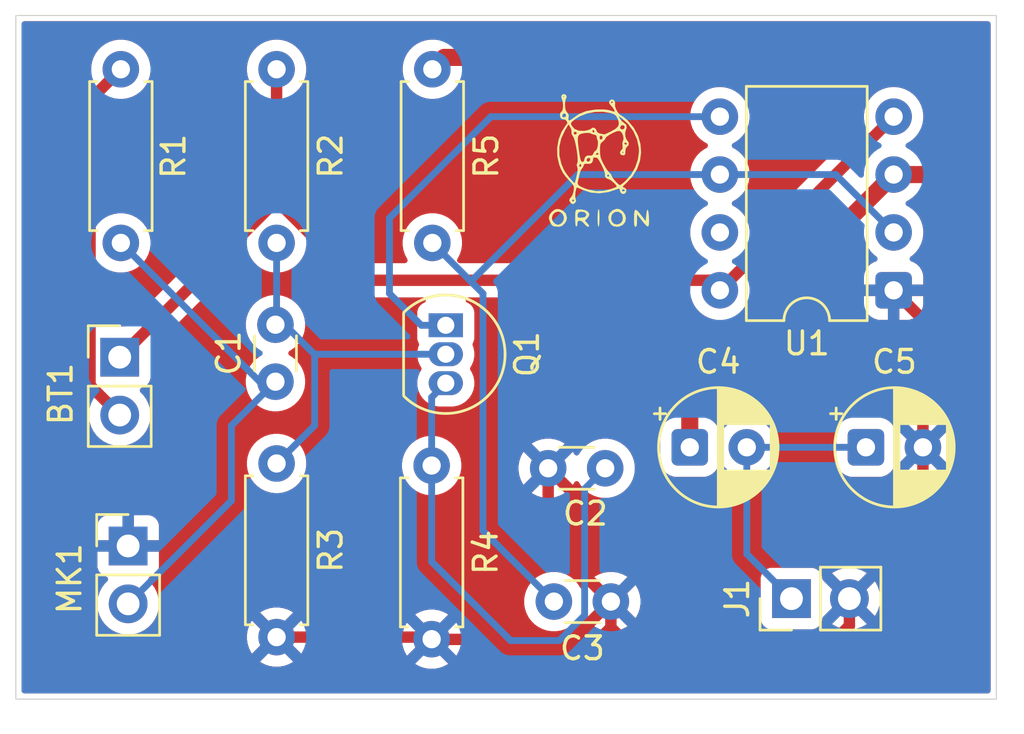
<source format=kicad_pcb>
(kicad_pcb (version 20241229) (generator "pcbnew") (generator_version "9.0")
  (layers (0 "F.Cu" signal) (2 "B.Cu" signal) (13 "F.Paste" user) (15 "B.Paste" user) (5 "F.SilkS" user "F.Silkscreen") (7 "B.SilkS" user "B.Silkscreen") (1 "F.Mask" user) (3 "B.Mask" user) (25 "Edge.Cuts" user))
  (net 0 "")
  (net 1 "/MIC")
  (net 2 "/CC1")
  (net 3 "/TR_BIAS")
  (net 4 "GND")
  (net 5 "Net-(U1-THR)")
  (net 6 "/SPE_OP")
  (net 7 "Net-(J1-Pin_1)")
  (net 8 "/TR_OP")
  (net 9 "+9V")
  (net 11 "Net-(BT1--)")
  (footprint "Resistor_THT:R_Axial_DIN0207_L6.3mm_D2.5mm_P7.62mm_Horizontal" (layer "F.Cu") (at 129.98 83.96 -90)
    (property "Reference" "R5" (at 3.81 -2.37 90) (layer "F.SilkS"))
    (property "Value" "10K")
    (pad "1" thru_hole circle (at 0 0 270) (size 1.6 1.6) (drill 0.8) (layers "*.Cu" "*.Mask") (net 6 "/SPE_OP"))
    (pad "2" thru_hole circle (at 7.62 0 270) (size 1.6 1.6) (drill 0.8) (layers "*.Cu" "*.Mask") (net 5 "Net-(U1-THR)"))
  )
  (footprint "Connector_PinHeader_2.54mm:PinHeader_1x02_P2.54mm_Vertical" (layer "F.Cu") (at 116.64 104.88)
    (property "Reference" "MK1" (at -2.57 1.435 90) (layer "F.SilkS"))
    (property "Value" "Condenser Microphone" (hide yes))
    (pad "1" thru_hole rect (at 0 0) (size 1.7 1.7) (drill 1) (layers "*.Cu" "*.Mask") (net 4 "GND"))
    (pad "2" thru_hole circle (at 0 2.54) (size 1.7 1.7) (drill 1) (layers "*.Cu" "*.Mask") (net 1 "/MIC"))
  )
  (footprint "Package_DIP:DIP-8_W7.62mm" (layer "F.Cu") (at 150.21 93.66 180)
    (property "Reference" "U1" (at 3.81 -2.33 0) (layer "F.SilkS"))
    (property "Value" "LM555xN")
    (pad "1" thru_hole roundrect (at 0 0 180) (size 1.6 1.6) (drill 0.8) (layers "*.Cu" "*.Mask") (roundrect_rratio 0.15625) (net 4 "GND"))
    (pad "2" thru_hole circle (at 0 2.54 180) (size 1.6 1.6) (drill 0.8) (layers "*.Cu" "*.Mask") (net 5 "Net-(U1-THR)"))
    (pad "3" thru_hole circle (at 0 5.08 180) (size 1.6 1.6) (drill 0.8) (layers "*.Cu" "*.Mask") (net 6 "/SPE_OP"))
    (pad "4" thru_hole circle (at 0 7.62 180) (size 1.6 1.6) (drill 0.8) (layers "*.Cu" "*.Mask") (net 9 "+9V"))
    (pad "5" thru_hole circle (at 7.62 7.62 180) (size 1.6 1.6) (drill 0.8) (layers "*.Cu" "*.Mask") (net 8 "/TR_OP"))
    (pad "6" thru_hole circle (at 7.62 5.08 180) (size 1.6 1.6) (drill 0.8) (layers "*.Cu" "*.Mask") (net 5 "Net-(U1-THR)"))
    (pad "7" thru_hole circle (at 7.62 2.54 180) (size 1.6 1.6) (drill 0.8) (layers "*.Cu" "*.Mask"))
    (pad "8" thru_hole circle (at 7.62 0 180) (size 1.6 1.6) (drill 0.8) (layers "*.Cu" "*.Mask") (net 9 "+9V"))
  )
  (footprint "Capacitor_THT:C_Disc_D3.0mm_W1.6mm_P2.50mm" (layer "F.Cu") (at 123.1 97.67 90)
    (property "Reference" "C1" (at 1.25 -2.05 90) (layer "F.SilkS"))
    (property "Value" "0.1uF")
    (pad "1" thru_hole circle (at 0 0 90) (size 1.6 1.6) (drill 0.8) (layers "*.Cu" "*.Mask") (net 1 "/MIC"))
    (pad "2" thru_hole circle (at 2.5 0 90) (size 1.6 1.6) (drill 0.8) (layers "*.Cu" "*.Mask") (net 2 "/CC1"))
  )
  (footprint "LOGO" (layer "F.Cu") (at 137.29 87.96)
    (property "Reference" "G***" (hide yes))
    (property "Value" "LOGO" (hide yes))
  )
  (footprint "Capacitor_THT:CP_Radial_D5.0mm_P2.50mm" (layer "F.Cu") (at 141.27 100.55)
    (property "Reference" "C4" (at 1.25 -3.75 0) (layer "F.SilkS"))
    (property "Value" "10uF")
    (pad "1" thru_hole roundrect (at 0 0) (size 1.6 1.6) (drill 0.8) (layers "*.Cu" "*.Mask") (roundrect_rratio 0.15625) (net 6 "/SPE_OP"))
    (pad "2" thru_hole circle (at 2.5 0) (size 1.6 1.6) (drill 0.8) (layers "*.Cu" "*.Mask") (net 7 "Net-(J1-Pin_1)"))
  )
  (footprint "Capacitor_THT:CP_Radial_D5.0mm_P2.50mm" (layer "F.Cu") (at 148.994888 100.55)
    (property "Reference" "C5" (at 1.25 -3.75 0) (layer "F.SilkS"))
    (property "Value" "10uF")
    (pad "1" thru_hole roundrect (at 0 0) (size 1.6 1.6) (drill 0.8) (layers "*.Cu" "*.Mask") (roundrect_rratio 0.15625) (net 7 "Net-(J1-Pin_1)"))
    (pad "2" thru_hole circle (at 2.5 0) (size 1.6 1.6) (drill 0.8) (layers "*.Cu" "*.Mask") (net 4 "GND"))
  )
  (footprint "Capacitor_THT:C_Disc_D3.0mm_W1.6mm_P2.50mm" (layer "F.Cu") (at 137.81 107.32 180)
    (property "Reference" "C3" (at 1.25 -2.05 0) (layer "F.SilkS"))
    (property "Value" "1nF")
    (pad "1" thru_hole circle (at 0 0 180) (size 1.6 1.6) (drill 0.8) (layers "*.Cu" "*.Mask") (net 4 "GND"))
    (pad "2" thru_hole circle (at 2.5 0 180) (size 1.6 1.6) (drill 0.8) (layers "*.Cu" "*.Mask") (net 5 "Net-(U1-THR)"))
  )
  (footprint "Capacitor_THT:C_Disc_D3.0mm_W1.6mm_P2.50mm" (layer "F.Cu") (at 137.56 101.47 180)
    (property "Reference" "C2" (at 0.87 -1.99 0) (layer "F.SilkS"))
    (property "Value" "1uF")
    (pad "1" thru_hole circle (at 0 0 180) (size 1.6 1.6) (drill 0.8) (layers "*.Cu" "*.Mask") (net 3 "/TR_BIAS"))
    (pad "2" thru_hole circle (at 2.5 0 180) (size 1.6 1.6) (drill 0.8) (layers "*.Cu" "*.Mask") (net 4 "GND"))
  )
  (footprint "Resistor_THT:R_Axial_DIN0207_L6.3mm_D2.5mm_P7.62mm_Horizontal" (layer "F.Cu") (at 129.95 101.35 -90)
    (property "Reference" "R4" (at 3.81 -2.37 90) (layer "F.SilkS"))
    (property "Value" "1K")
    (pad "1" thru_hole circle (at 0 0 270) (size 1.6 1.6) (drill 0.8) (layers "*.Cu" "*.Mask") (net 3 "/TR_BIAS"))
    (pad "2" thru_hole circle (at 7.62 0 270) (size 1.6 1.6) (drill 0.8) (layers "*.Cu" "*.Mask") (net 4 "GND"))
  )
  (footprint "Package_TO_SOT_THT:TO-92_Inline" (layer "F.Cu") (at 130.57 95.195 -90)
    (property "Reference" "Q1" (at 1.27 -3.56 90) (layer "F.SilkS"))
    (property "Value" "BC547")
    (pad "1" thru_hole rect (at 0 0 270) (size 1.05 1.5) (drill 0.75) (layers "*.Cu" "*.Mask") (net 8 "/TR_OP"))
    (pad "2" thru_hole oval (at 1.27 0 270) (size 1.05 1.5) (drill 0.75) (layers "*.Cu" "*.Mask") (net 2 "/CC1"))
    (pad "3" thru_hole oval (at 2.54 0 270) (size 1.05 1.5) (drill 0.75) (layers "*.Cu" "*.Mask") (net 3 "/TR_BIAS"))
  )
  (footprint "Connector_PinHeader_2.54mm:PinHeader_1x02_P2.54mm_Vertical" (layer "F.Cu") (at 116.27 96.595)
    (property "Reference" "BT1" (at -2.59 1.615 90) (layer "F.SilkS"))
    (property "Value" "Battery" (hide yes))
    (pad "1" thru_hole rect (at 0 0) (size 1.7 1.7) (drill 1) (layers "*.Cu" "*.Mask") (net 9 "+9V"))
    (pad "2" thru_hole circle (at 0 2.54) (size 1.7 1.7) (drill 1) (layers "*.Cu" "*.Mask") (net 11 "Net-(BT1--)"))
  )
  (footprint "Resistor_THT:R_Axial_DIN0207_L6.3mm_D2.5mm_P7.62mm_Horizontal" (layer "F.Cu") (at 123.15 101.26 -90)
    (property "Reference" "R3" (at 3.81 -2.37 90) (layer "F.SilkS"))
    (property "Value" "100K")
    (pad "1" thru_hole circle (at 0 0 270) (size 1.6 1.6) (drill 0.8) (layers "*.Cu" "*.Mask") (net 2 "/CC1"))
    (pad "2" thru_hole circle (at 7.62 0 270) (size 1.6 1.6) (drill 0.8) (layers "*.Cu" "*.Mask") (net 4 "GND"))
  )
  (footprint "Connector_PinHeader_2.54mm:PinHeader_1x02_P2.54mm_Vertical" (layer "F.Cu") (at 145.73 107.19 90)
    (property "Reference" "J1" (at 0 -2.38 90) (layer "F.SilkS"))
    (property "Value" "8 OHM SPEAKER" (hide yes))
    (pad "1" thru_hole rect (at 0 0 90) (size 1.7 1.7) (drill 1) (layers "*.Cu" "*.Mask") (net 7 "Net-(J1-Pin_1)"))
    (pad "2" thru_hole circle (at 0 2.54 90) (size 1.7 1.7) (drill 1) (layers "*.Cu" "*.Mask") (net 4 "GND"))
  )
  (footprint "Resistor_THT:R_Axial_DIN0207_L6.3mm_D2.5mm_P7.62mm_Horizontal" (layer "F.Cu") (at 123.15 83.96 -90)
    (property "Reference" "R2" (at 3.81 -2.37 90) (layer "F.SilkS"))
    (property "Value" "680K")
    (pad "1" thru_hole circle (at 0 0 270) (size 1.6 1.6) (drill 0.8) (layers "*.Cu" "*.Mask") (net 9 "+9V"))
    (pad "2" thru_hole circle (at 7.62 0 270) (size 1.6 1.6) (drill 0.8) (layers "*.Cu" "*.Mask") (net 2 "/CC1"))
  )
  (footprint "Resistor_THT:R_Axial_DIN0207_L6.3mm_D2.5mm_P7.62mm_Horizontal" (layer "F.Cu") (at 116.32 83.96 -90)
    (property "Reference" "R1" (at 3.82 -2.31 90) (layer "F.SilkS"))
    (property "Value" "47K")
    (pad "1" thru_hole circle (at 0 0 270) (size 1.6 1.6) (drill 0.8) (layers "*.Cu" "*.Mask") (net 11 "Net-(BT1--)"))
    (pad "2" thru_hole circle (at 7.62 0 270) (size 1.6 1.6) (drill 0.8) (layers "*.Cu" "*.Mask") (net 1 "/MIC"))
  )
  (gr_rect (start 111.715 81.6) (end 154.715 111.6) (stroke (width 0.05)) (fill no) (layer "Edge.Cuts"))
  (segment (start 116.64 107.42) (end 121.17 102.89) (width 0.3) (layer "B.Cu") (net 1))
  (segment (start 116.32 91.58) (end 122.41 97.67) (width 0.3) (layer "B.Cu") (net 1))
  (segment (start 122.41 97.67) (end 123.1 97.67) (width 0.3) (layer "B.Cu") (net 1))
  (segment (start 121.17 102.89) (end 121.17 99.6) (width 0.3) (layer "B.Cu") (net 1))
  (segment (start 121.17 99.6) (end 123.1 97.67) (width 0.3) (layer "B.Cu") (net 1))
  (segment (start 124.805 96.465) (end 130.57 96.465) (width 0.3) (layer "B.Cu") (net 2))
  (segment (start 123.1 95.17) (end 123.51 95.17) (width 0.3) (layer "B.Cu") (net 2))
  (segment (start 123.51 95.17) (end 124.805 96.465) (width 0.3) (layer "B.Cu") (net 2))
  (segment (start 124.82 99.59) (end 124.82 96.465) (width 0.3) (layer "B.Cu") (net 2))
  (segment (start 123.15 101.26) (end 124.82 99.59) (width 0.3) (layer "B.Cu") (net 2))
  (segment (start 123.15 95.12) (end 123.1 95.17) (width 0.3) (layer "B.Cu") (net 2))
  (segment (start 123.15 91.58) (end 123.15 95.12) (width 0.3) (layer "B.Cu") (net 2))
  (segment (start 133.41 109.03) (end 135.55 109.03) (width 0.3) (layer "B.Cu") (net 3))
  (segment (start 136.659 102.371) (end 137.56 101.47) (width 0.3) (layer "B.Cu") (net 3))
  (segment (start 129.95 101.35) (end 129.95 98.355) (width 0.3) (layer "B.Cu") (net 3))
  (segment (start 129.95 105.57) (end 133.41 109.03) (width 0.3) (layer "B.Cu") (net 3))
  (segment (start 135.55 109.03) (end 136.659 107.921) (width 0.3) (layer "B.Cu") (net 3))
  (segment (start 136.659 107.921) (end 136.659 102.371) (width 0.3) (layer "B.Cu") (net 3))
  (segment (start 129.95 98.355) (end 130.57 97.735) (width 0.3) (layer "B.Cu") (net 3))
  (segment (start 129.95 101.35) (end 129.95 105.57) (width 0.3) (layer "B.Cu") (net 3))
  (segment (start 151.494888 94.944888) (end 150.21 93.66) (width 0.5) (layer "F.Cu") (net 4))
  (segment (start 135.06 101.47) (end 135.06 104.57) (width 0.5) (layer "F.Cu") (net 4))
  (segment (start 123.15 108.88) (end 129.86 108.88) (width 0.5) (layer "F.Cu") (net 4))
  (segment (start 137.81 108.46) (end 137.81 107.32) (width 0.5) (layer "F.Cu") (net 4))
  (segment (start 138.32 108.97) (end 147.68 108.97) (width 0.5) (layer "F.Cu") (net 4))
  (segment (start 129.95 108.97) (end 129.96 108.98) (width 0.5) (layer "F.Cu") (net 4))
  (segment (start 148.27 108.38) (end 148.27 107.19) (width 0.5) (layer "F.Cu") (net 4))
  (segment (start 147.68 108.97) (end 148.27 108.38) (width 0.5) (layer "F.Cu") (net 4))
  (segment (start 135.06 104.57) (end 137.81 107.32) (width 0.5) (layer "F.Cu") (net 4))
  (segment (start 116.64 104.88) (end 119.15 104.88) (width 0.5) (layer "F.Cu") (net 4))
  (segment (start 151.494888 100.55) (end 151.494888 103.965112) (width 0.5) (layer "F.Cu") (net 4))
  (segment (start 151.494888 103.965112) (end 148.27 107.19) (width 0.5) (layer "F.Cu") (net 4))
  (segment (start 129.96 108.98) (end 137.29 108.98) (width 0.5) (layer "F.Cu") (net 4))
  (segment (start 151.494888 100.55) (end 151.494888 94.944888) (width 0.5) (layer "F.Cu") (net 4))
  (segment (start 129.86 108.88) (end 129.95 108.97) (width 0.5) (layer "F.Cu") (net 4))
  (segment (start 137.29 108.98) (end 137.81 108.46) (width 0.5) (layer "F.Cu") (net 4))
  (segment (start 119.15 104.88) (end 123.15 108.88) (width 0.5) (layer "F.Cu") (net 4))
  (segment (start 137.81 108.46) (end 138.32 108.97) (width 0.5) (layer "F.Cu") (net 4))
  (segment (start 142.59 88.58) (end 147.67 88.58) (width 0.3) (layer "B.Cu") (net 5))
  (segment (start 142.59 88.58) (end 136.362 88.58) (width 0.3) (layer "B.Cu") (net 5))
  (segment (start 132.2 93.8) (end 132.2 104.21) (width 0.3) (layer "B.Cu") (net 5))
  (segment (start 147.67 88.58) (end 150.21 91.12) (width 0.3) (layer "B.Cu") (net 5))
  (segment (start 129.98 91.58) (end 131.671 93.271) (width 0.3) (layer "B.Cu") (net 5))
  (segment (start 132.2 104.21) (end 135.31 107.32) (width 0.3) (layer "B.Cu") (net 5))
  (segment (start 136.362 88.58) (end 131.671 93.271) (width 0.3) (layer "B.Cu") (net 5))
  (segment (start 131.671 93.271) (end 132.2 93.8) (width 0.3) (layer "B.Cu") (net 5))
  (segment (start 130.5 83.44) (end 151.12 83.44) (width 0.75) (layer "F.Cu") (net 6))
  (segment (start 152.66 84.98) (end 152.66 87.53) (width 0.75) (layer "F.Cu") (net 6))
  (segment (start 141.27 100.55) (end 141.27 97.52) (width 0.75) (layer "F.Cu") (net 6))
  (segment (start 151.12 83.44) (end 152.66 84.98) (width 0.75) (layer "F.Cu") (net 6))
  (segment (start 151.61 88.58) (end 150.21 88.58) (width 0.75) (layer "F.Cu") (net 6))
  (segment (start 152.66 87.53) (end 151.61 88.58) (width 0.75) (layer "F.Cu") (net 6))
  (segment (start 141.27 97.52) (end 150.21 88.58) (width 0.75) (layer "F.Cu") (net 6))
  (segment (start 129.98 83.96) (end 130.5 83.44) (width 0.75) (layer "F.Cu") (net 6))
  (segment (start 143.77 100.55) (end 148.994888 100.55) (width 0.3) (layer "B.Cu") (net 7))
  (segment (start 143.77 100.55) (end 143.77 105.23) (width 0.3) (layer "B.Cu") (net 7))
  (segment (start 143.77 105.23) (end 145.73 107.19) (width 0.3) (layer "B.Cu") (net 7))
  (segment (start 129.495 95.195) (end 128.1 93.8) (width 0.3) (layer "B.Cu") (net 8))
  (segment (start 128.1 93.8) (end 128.1 90.49) (width 0.3) (layer "B.Cu") (net 8))
  (segment (start 130.57 95.195) (end 129.495 95.195) (width 0.3) (layer "B.Cu") (net 8))
  (segment (start 128.1 90.49) (end 132.55 86.04) (width 0.3) (layer "B.Cu") (net 8))
  (segment (start 132.55 86.04) (end 142.59 86.04) (width 0.3) (layer "B.Cu") (net 8))
  (segment (start 123.15 89.715) (end 126.655 93.22) (width 0.5) (layer "F.Cu") (net 9))
  (segment (start 142.15 93.22) (end 142.59 93.66) (width 0.5) (layer "F.Cu") (net 9))
  (segment (start 126.655 93.22) (end 142.15 93.22) (width 0.5) (layer "F.Cu") (net 9))
  (segment (start 116.27 96.595) (end 123.15 89.715) (width 0.5) (layer "F.Cu") (net 9))
  (segment (start 123.15 89.715) (end 123.15 83.96) (width 0.5) (layer "F.Cu") (net 9))
  (segment (start 142.59 93.66) (end 150.21 86.04) (width 0.5) (layer "F.Cu") (net 9))
  (segment (start 114.969 97.834) (end 114.969 85.311) (width 0.5) (layer "F.Cu") (net 11))
  (segment (start 116.27 99.135) (end 114.969 97.834) (width 0.5) (layer "F.Cu") (net 11))
  (segment (start 114.969 85.311) (end 116.32 83.96) (width 0.5) (layer "F.Cu") (net 11))
  (zone (net 4) (net_name "GND") (layers "F.Cu" "B.Cu") (connect_pads (clearance 0.5)) (min_thickness 0.25) (fill yes (thermal_gap 0.5) (thermal_bridge_width 0.5))
    (polygon (pts (xy 111.03 80.96) (xy 155.94 80.92) (xy 155.94 113.13) (xy 111.02 112.9)))
  )
)
</source>
